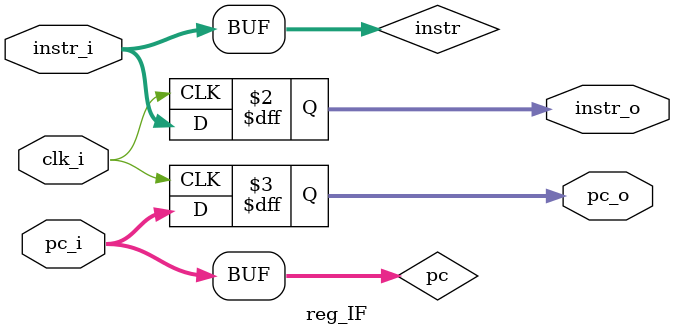
<source format=sv>
module reg_IF (
    // input
    input logic [31:0] instr_i ,
    input logic [31:0] pc_i ,
    input logic clk_i ,

    // output
    output logic [31:0] instr_o ,
    output logic [31:0] pc_o 
) ;
    reg [31:0] instr ;
    reg [31:0] pc ;

    always @(posedge clk_i) begin
        instr_o = instr ;
        pc_o = pc ;
    end

    assign instr = instr_i ;
    assign pc    = pc_i ;
endmodule : reg_IF

</source>
